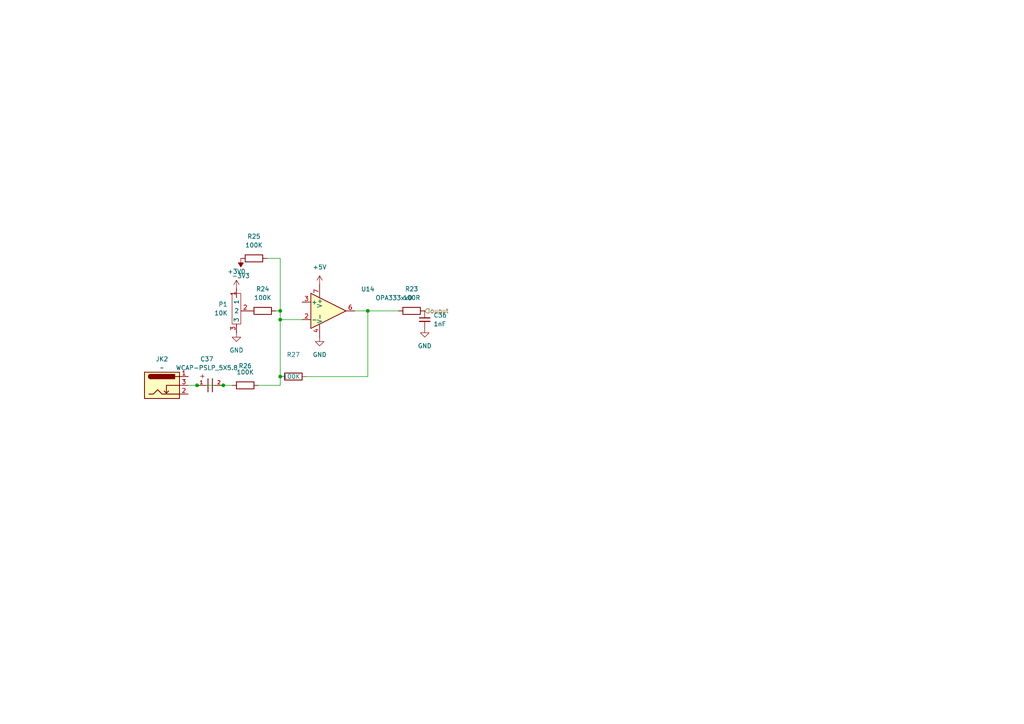
<source format=kicad_sch>
(kicad_sch
	(version 20231120)
	(generator "eeschema")
	(generator_version "8.0")
	(uuid "35287e53-b426-404a-a5ef-29ef9edaa977")
	(paper "A4")
	(lib_symbols
		(symbol "Amplifier_Operational:OPA333xxD"
			(pin_names
				(offset 0.127)
			)
			(exclude_from_sim no)
			(in_bom yes)
			(on_board yes)
			(property "Reference" "U"
				(at 0 6.35 0)
				(effects
					(font
						(size 1.27 1.27)
					)
					(justify left)
				)
			)
			(property "Value" "OPA333xxD"
				(at 0 3.81 0)
				(effects
					(font
						(size 1.27 1.27)
					)
					(justify left)
				)
			)
			(property "Footprint" "Package_SO:SOIC-8_3.9x4.9mm_P1.27mm"
				(at -2.54 -5.08 0)
				(effects
					(font
						(size 1.27 1.27)
					)
					(justify left)
					(hide yes)
				)
			)
			(property "Datasheet" "http://www.ti.com/lit/ds/symlink/opa333.pdf"
				(at 3.81 3.81 0)
				(effects
					(font
						(size 1.27 1.27)
					)
					(hide yes)
				)
			)
			(property "Description" "Single 1.8V, microPower, CMOS Operational Amplifiers, Zero-Drift Series, SOIC-8"
				(at 0 0 0)
				(effects
					(font
						(size 1.27 1.27)
					)
					(hide yes)
				)
			)
			(property "ki_keywords" "single opamp"
				(at 0 0 0)
				(effects
					(font
						(size 1.27 1.27)
					)
					(hide yes)
				)
			)
			(property "ki_fp_filters" "SOIC*3.9x4.9mm*P1.27mm*"
				(at 0 0 0)
				(effects
					(font
						(size 1.27 1.27)
					)
					(hide yes)
				)
			)
			(symbol "OPA333xxD_0_1"
				(polyline
					(pts
						(xy -5.08 5.08) (xy 5.08 0) (xy -5.08 -5.08) (xy -5.08 5.08)
					)
					(stroke
						(width 0.254)
						(type default)
					)
					(fill
						(type background)
					)
				)
			)
			(symbol "OPA333xxD_1_1"
				(pin no_connect line
					(at -2.54 2.54 270)
					(length 2.54) hide
					(name "NC"
						(effects
							(font
								(size 1.27 1.27)
							)
						)
					)
					(number "1"
						(effects
							(font
								(size 1.27 1.27)
							)
						)
					)
				)
				(pin input line
					(at -7.62 -2.54 0)
					(length 2.54)
					(name "-"
						(effects
							(font
								(size 1.27 1.27)
							)
						)
					)
					(number "2"
						(effects
							(font
								(size 1.27 1.27)
							)
						)
					)
				)
				(pin input line
					(at -7.62 2.54 0)
					(length 2.54)
					(name "+"
						(effects
							(font
								(size 1.27 1.27)
							)
						)
					)
					(number "3"
						(effects
							(font
								(size 1.27 1.27)
							)
						)
					)
				)
				(pin power_in line
					(at -2.54 -7.62 90)
					(length 3.81)
					(name "V-"
						(effects
							(font
								(size 1.27 1.27)
							)
						)
					)
					(number "4"
						(effects
							(font
								(size 1.27 1.27)
							)
						)
					)
				)
				(pin no_connect line
					(at 0 2.54 270)
					(length 2.54) hide
					(name "NC"
						(effects
							(font
								(size 1.27 1.27)
							)
						)
					)
					(number "5"
						(effects
							(font
								(size 1.27 1.27)
							)
						)
					)
				)
				(pin output line
					(at 7.62 0 180)
					(length 2.54)
					(name "~"
						(effects
							(font
								(size 1.27 1.27)
							)
						)
					)
					(number "6"
						(effects
							(font
								(size 1.27 1.27)
							)
						)
					)
				)
				(pin power_in line
					(at -2.54 7.62 270)
					(length 3.81)
					(name "V+"
						(effects
							(font
								(size 1.27 1.27)
							)
						)
					)
					(number "7"
						(effects
							(font
								(size 1.27 1.27)
							)
						)
					)
				)
				(pin no_connect line
					(at 0 -2.54 90)
					(length 2.54) hide
					(name "NC"
						(effects
							(font
								(size 1.27 1.27)
							)
						)
					)
					(number "8"
						(effects
							(font
								(size 1.27 1.27)
							)
						)
					)
				)
			)
		)
		(symbol "Device:C_Small"
			(pin_numbers hide)
			(pin_names
				(offset 0.254) hide)
			(exclude_from_sim no)
			(in_bom yes)
			(on_board yes)
			(property "Reference" "C"
				(at 0.254 1.778 0)
				(effects
					(font
						(size 1.27 1.27)
					)
					(justify left)
				)
			)
			(property "Value" "C_Small"
				(at 0.254 -2.032 0)
				(effects
					(font
						(size 1.27 1.27)
					)
					(justify left)
				)
			)
			(property "Footprint" ""
				(at 0 0 0)
				(effects
					(font
						(size 1.27 1.27)
					)
					(hide yes)
				)
			)
			(property "Datasheet" "~"
				(at 0 0 0)
				(effects
					(font
						(size 1.27 1.27)
					)
					(hide yes)
				)
			)
			(property "Description" "Unpolarized capacitor, small symbol"
				(at 0 0 0)
				(effects
					(font
						(size 1.27 1.27)
					)
					(hide yes)
				)
			)
			(property "ki_keywords" "capacitor cap"
				(at 0 0 0)
				(effects
					(font
						(size 1.27 1.27)
					)
					(hide yes)
				)
			)
			(property "ki_fp_filters" "C_*"
				(at 0 0 0)
				(effects
					(font
						(size 1.27 1.27)
					)
					(hide yes)
				)
			)
			(symbol "C_Small_0_1"
				(polyline
					(pts
						(xy -1.524 -0.508) (xy 1.524 -0.508)
					)
					(stroke
						(width 0.3302)
						(type default)
					)
					(fill
						(type none)
					)
				)
				(polyline
					(pts
						(xy -1.524 0.508) (xy 1.524 0.508)
					)
					(stroke
						(width 0.3048)
						(type default)
					)
					(fill
						(type none)
					)
				)
			)
			(symbol "C_Small_1_1"
				(pin passive line
					(at 0 2.54 270)
					(length 2.032)
					(name "~"
						(effects
							(font
								(size 1.27 1.27)
							)
						)
					)
					(number "1"
						(effects
							(font
								(size 1.27 1.27)
							)
						)
					)
				)
				(pin passive line
					(at 0 -2.54 90)
					(length 2.032)
					(name "~"
						(effects
							(font
								(size 1.27 1.27)
							)
						)
					)
					(number "2"
						(effects
							(font
								(size 1.27 1.27)
							)
						)
					)
				)
			)
		)
		(symbol "Device:R"
			(pin_numbers hide)
			(pin_names
				(offset 0)
			)
			(exclude_from_sim no)
			(in_bom yes)
			(on_board yes)
			(property "Reference" "R"
				(at 2.032 0 90)
				(effects
					(font
						(size 1.27 1.27)
					)
				)
			)
			(property "Value" "R"
				(at 0 0 90)
				(effects
					(font
						(size 1.27 1.27)
					)
				)
			)
			(property "Footprint" ""
				(at -1.778 0 90)
				(effects
					(font
						(size 1.27 1.27)
					)
					(hide yes)
				)
			)
			(property "Datasheet" "~"
				(at 0 0 0)
				(effects
					(font
						(size 1.27 1.27)
					)
					(hide yes)
				)
			)
			(property "Description" "Resistor"
				(at 0 0 0)
				(effects
					(font
						(size 1.27 1.27)
					)
					(hide yes)
				)
			)
			(property "ki_keywords" "R res resistor"
				(at 0 0 0)
				(effects
					(font
						(size 1.27 1.27)
					)
					(hide yes)
				)
			)
			(property "ki_fp_filters" "R_*"
				(at 0 0 0)
				(effects
					(font
						(size 1.27 1.27)
					)
					(hide yes)
				)
			)
			(symbol "R_0_1"
				(rectangle
					(start -1.016 -2.54)
					(end 1.016 2.54)
					(stroke
						(width 0.254)
						(type default)
					)
					(fill
						(type none)
					)
				)
			)
			(symbol "R_1_1"
				(pin passive line
					(at 0 3.81 270)
					(length 1.27)
					(name "~"
						(effects
							(font
								(size 1.27 1.27)
							)
						)
					)
					(number "1"
						(effects
							(font
								(size 1.27 1.27)
							)
						)
					)
				)
				(pin passive line
					(at 0 -3.81 90)
					(length 1.27)
					(name "~"
						(effects
							(font
								(size 1.27 1.27)
							)
						)
					)
					(number "2"
						(effects
							(font
								(size 1.27 1.27)
							)
						)
					)
				)
			)
		)
		(symbol "esp32lib:LJE0352"
			(exclude_from_sim no)
			(in_bom yes)
			(on_board yes)
			(property "Reference" "JK"
				(at 0 0 0)
				(effects
					(font
						(size 1.27 1.27)
					)
				)
			)
			(property "Value" ""
				(at 0 0 0)
				(effects
					(font
						(size 1.27 1.27)
					)
				)
			)
			(property "Footprint" "customfootprints:LJE0352"
				(at 0 0 0)
				(effects
					(font
						(size 1.27 1.27)
					)
					(hide yes)
				)
			)
			(property "Datasheet" ""
				(at 0 0 0)
				(effects
					(font
						(size 1.27 1.27)
					)
					(hide yes)
				)
			)
			(property "Description" ""
				(at 0 0 0)
				(effects
					(font
						(size 1.27 1.27)
					)
					(hide yes)
				)
			)
			(symbol "LJE0352_0_1"
				(rectangle
					(start -12.7 6.35)
					(end -2.54 -1.27)
					(stroke
						(width 0.254)
						(type default)
					)
					(fill
						(type background)
					)
				)
				(arc
					(start -10.922 5.715)
					(mid -11.5543 5.08)
					(end -10.922 4.445)
					(stroke
						(width 0.254)
						(type default)
					)
					(fill
						(type none)
					)
				)
				(arc
					(start -10.922 5.715)
					(mid -11.5543 5.08)
					(end -10.922 4.445)
					(stroke
						(width 0.254)
						(type default)
					)
					(fill
						(type outline)
					)
				)
				(rectangle
					(start -3.937 5.715)
					(end -10.922 4.445)
					(stroke
						(width 0.254)
						(type default)
					)
					(fill
						(type outline)
					)
				)
				(polyline
					(pts
						(xy -6.35 0.254) (xy -5.715 0.889)
					)
					(stroke
						(width 0.254)
						(type default)
					)
					(fill
						(type none)
					)
				)
				(polyline
					(pts
						(xy -2.54 5.08) (xy -3.81 5.08)
					)
					(stroke
						(width 0.254)
						(type default)
					)
					(fill
						(type none)
					)
				)
				(polyline
					(pts
						(xy -2.54 2.54) (xy -6.35 2.54) (xy -6.35 0.254) (xy -6.985 0.889)
					)
					(stroke
						(width 0.254)
						(type default)
					)
					(fill
						(type none)
					)
				)
				(polyline
					(pts
						(xy -11.43 0) (xy -10.16 0) (xy -8.89 1.27) (xy -7.62 0) (xy -5.08 0) (xy -2.54 0)
					)
					(stroke
						(width 0.254)
						(type default)
					)
					(fill
						(type none)
					)
				)
			)
			(symbol "LJE0352_1_1"
				(pin passive line
					(at 0 5.08 180)
					(length 2.54)
					(name "~"
						(effects
							(font
								(size 1.27 1.27)
							)
						)
					)
					(number "1"
						(effects
							(font
								(size 1.27 1.27)
							)
						)
					)
				)
				(pin passive line
					(at 0 0 180)
					(length 2.54)
					(name "~"
						(effects
							(font
								(size 1.27 1.27)
							)
						)
					)
					(number "2"
						(effects
							(font
								(size 1.27 1.27)
							)
						)
					)
				)
				(pin passive line
					(at 0 2.54 180)
					(length 2.54)
					(name "~"
						(effects
							(font
								(size 1.27 1.27)
							)
						)
					)
					(number "3"
						(effects
							(font
								(size 1.27 1.27)
							)
						)
					)
				)
			)
		)
		(symbol "esp32lib:Pot"
			(exclude_from_sim no)
			(in_bom yes)
			(on_board yes)
			(property "Reference" "P"
				(at 2.032 2.286 0)
				(effects
					(font
						(size 1.27 1.27)
					)
				)
			)
			(property "Value" ""
				(at 0 0 0)
				(effects
					(font
						(size 1.27 1.27)
					)
				)
			)
			(property "Footprint" "9mmsonghuie"
				(at 12.192 -5.842 0)
				(effects
					(font
						(size 1.27 1.27)
					)
					(hide yes)
				)
			)
			(property "Datasheet" ""
				(at 0 0 0)
				(effects
					(font
						(size 1.27 1.27)
					)
					(hide yes)
				)
			)
			(property "Description" ""
				(at 0 0 0)
				(effects
					(font
						(size 1.27 1.27)
					)
					(hide yes)
				)
			)
			(property "ki_keywords" "9mmPotSongHuie"
				(at 0 0 0)
				(effects
					(font
						(size 1.27 1.27)
					)
					(hide yes)
				)
			)
			(symbol "Pot_0_1"
				(rectangle
					(start -1.27 3.81)
					(end 1.27 -5.08)
					(stroke
						(width 0)
						(type default)
					)
					(fill
						(type none)
					)
				)
			)
			(symbol "Pot_1_1"
				(pin input line
					(at 0 5.08 270)
					(length 2.54)
					(name "1"
						(effects
							(font
								(size 1.27 1.27)
							)
						)
					)
					(number "1"
						(effects
							(font
								(size 1.27 1.27)
							)
						)
					)
				)
				(pin input line
					(at 3.81 -1.27 180)
					(length 2.54)
					(name "2"
						(effects
							(font
								(size 1.27 1.27)
							)
						)
					)
					(number "2"
						(effects
							(font
								(size 1.27 1.27)
							)
						)
					)
				)
				(pin input line
					(at 0 -7.62 90)
					(length 2.54)
					(name "3"
						(effects
							(font
								(size 1.27 1.27)
							)
						)
					)
					(number "3"
						(effects
							(font
								(size 1.27 1.27)
							)
						)
					)
				)
			)
		)
		(symbol "esp32lib:WCAP-PSLP_5X5.8"
			(pin_names
				(offset 1.016)
			)
			(exclude_from_sim no)
			(in_bom yes)
			(on_board yes)
			(property "Reference" "C"
				(at 1.175 3.38 0)
				(effects
					(font
						(size 1.27 1.27)
					)
					(justify bottom)
				)
			)
			(property "Value" "WCAP-PSLP_5X5.8"
				(at 0.915 -5.075 0)
				(effects
					(font
						(size 1.27 1.27)
					)
					(justify bottom)
				)
			)
			(property "Footprint" "customfootprints:WCAP-PSLP_5X5.8_DXL_"
				(at 0 0 0)
				(effects
					(font
						(size 1.27 1.27)
					)
					(justify bottom)
					(hide yes)
				)
			)
			(property "Datasheet" ""
				(at 0 0 0)
				(effects
					(font
						(size 1.27 1.27)
					)
					(hide yes)
				)
			)
			(property "Description" ""
				(at 0 0 0)
				(effects
					(font
						(size 1.27 1.27)
					)
					(hide yes)
				)
			)
			(property "ki_keywords" "NP10uF"
				(at 0 0 0)
				(effects
					(font
						(size 1.27 1.27)
					)
					(hide yes)
				)
			)
			(symbol "WCAP-PSLP_5X5.8_0_0"
				(polyline
					(pts
						(xy 0 0) (xy 0.6426 0)
					)
					(stroke
						(width 0.1524)
						(type default)
					)
					(fill
						(type none)
					)
				)
				(polyline
					(pts
						(xy 0.635 -1.905) (xy 0.635 1.905)
					)
					(stroke
						(width 0.254)
						(type default)
					)
					(fill
						(type none)
					)
				)
				(polyline
					(pts
						(xy 1.905 1.905) (xy 1.905 -1.905)
					)
					(stroke
						(width 0.254)
						(type default)
					)
					(fill
						(type none)
					)
				)
				(polyline
					(pts
						(xy 1.9279 0) (xy 2.5705 0)
					)
					(stroke
						(width 0.1524)
						(type default)
					)
					(fill
						(type none)
					)
				)
				(text "+"
					(at 2.54 -1.905 0)
					(effects
						(font
							(size 1.4224 1.4224)
						)
						(justify left bottom)
					)
				)
				(pin passive line
					(at 5.08 0 180)
					(length 2.54)
					(name "~"
						(effects
							(font
								(size 1.016 1.016)
							)
						)
					)
					(number "1"
						(effects
							(font
								(size 1.016 1.016)
							)
						)
					)
				)
				(pin passive line
					(at -2.54 0 0)
					(length 2.54)
					(name "~"
						(effects
							(font
								(size 1.016 1.016)
							)
						)
					)
					(number "2"
						(effects
							(font
								(size 1.016 1.016)
							)
						)
					)
				)
			)
		)
		(symbol "power:+3V0"
			(power)
			(pin_numbers hide)
			(pin_names
				(offset 0) hide)
			(exclude_from_sim no)
			(in_bom yes)
			(on_board yes)
			(property "Reference" "#PWR"
				(at 0 -3.81 0)
				(effects
					(font
						(size 1.27 1.27)
					)
					(hide yes)
				)
			)
			(property "Value" "+3V0"
				(at 0 3.556 0)
				(effects
					(font
						(size 1.27 1.27)
					)
				)
			)
			(property "Footprint" ""
				(at 0 0 0)
				(effects
					(font
						(size 1.27 1.27)
					)
					(hide yes)
				)
			)
			(property "Datasheet" ""
				(at 0 0 0)
				(effects
					(font
						(size 1.27 1.27)
					)
					(hide yes)
				)
			)
			(property "Description" "Power symbol creates a global label with name \"+3V0\""
				(at 0 0 0)
				(effects
					(font
						(size 1.27 1.27)
					)
					(hide yes)
				)
			)
			(property "ki_keywords" "global power"
				(at 0 0 0)
				(effects
					(font
						(size 1.27 1.27)
					)
					(hide yes)
				)
			)
			(symbol "+3V0_0_1"
				(polyline
					(pts
						(xy -0.762 1.27) (xy 0 2.54)
					)
					(stroke
						(width 0)
						(type default)
					)
					(fill
						(type none)
					)
				)
				(polyline
					(pts
						(xy 0 0) (xy 0 2.54)
					)
					(stroke
						(width 0)
						(type default)
					)
					(fill
						(type none)
					)
				)
				(polyline
					(pts
						(xy 0 2.54) (xy 0.762 1.27)
					)
					(stroke
						(width 0)
						(type default)
					)
					(fill
						(type none)
					)
				)
			)
			(symbol "+3V0_1_1"
				(pin power_in line
					(at 0 0 90)
					(length 0)
					(name "~"
						(effects
							(font
								(size 1.27 1.27)
							)
						)
					)
					(number "1"
						(effects
							(font
								(size 1.27 1.27)
							)
						)
					)
				)
			)
		)
		(symbol "power:+5V"
			(power)
			(pin_numbers hide)
			(pin_names
				(offset 0) hide)
			(exclude_from_sim no)
			(in_bom yes)
			(on_board yes)
			(property "Reference" "#PWR"
				(at 0 -3.81 0)
				(effects
					(font
						(size 1.27 1.27)
					)
					(hide yes)
				)
			)
			(property "Value" "+5V"
				(at 0 3.556 0)
				(effects
					(font
						(size 1.27 1.27)
					)
				)
			)
			(property "Footprint" ""
				(at 0 0 0)
				(effects
					(font
						(size 1.27 1.27)
					)
					(hide yes)
				)
			)
			(property "Datasheet" ""
				(at 0 0 0)
				(effects
					(font
						(size 1.27 1.27)
					)
					(hide yes)
				)
			)
			(property "Description" "Power symbol creates a global label with name \"+5V\""
				(at 0 0 0)
				(effects
					(font
						(size 1.27 1.27)
					)
					(hide yes)
				)
			)
			(property "ki_keywords" "global power"
				(at 0 0 0)
				(effects
					(font
						(size 1.27 1.27)
					)
					(hide yes)
				)
			)
			(symbol "+5V_0_1"
				(polyline
					(pts
						(xy -0.762 1.27) (xy 0 2.54)
					)
					(stroke
						(width 0)
						(type default)
					)
					(fill
						(type none)
					)
				)
				(polyline
					(pts
						(xy 0 0) (xy 0 2.54)
					)
					(stroke
						(width 0)
						(type default)
					)
					(fill
						(type none)
					)
				)
				(polyline
					(pts
						(xy 0 2.54) (xy 0.762 1.27)
					)
					(stroke
						(width 0)
						(type default)
					)
					(fill
						(type none)
					)
				)
			)
			(symbol "+5V_1_1"
				(pin power_in line
					(at 0 0 90)
					(length 0)
					(name "~"
						(effects
							(font
								(size 1.27 1.27)
							)
						)
					)
					(number "1"
						(effects
							(font
								(size 1.27 1.27)
							)
						)
					)
				)
			)
		)
		(symbol "power:-3V3"
			(power)
			(pin_numbers hide)
			(pin_names
				(offset 0) hide)
			(exclude_from_sim no)
			(in_bom yes)
			(on_board yes)
			(property "Reference" "#PWR"
				(at 0 -3.81 0)
				(effects
					(font
						(size 1.27 1.27)
					)
					(hide yes)
				)
			)
			(property "Value" "-3V3"
				(at 0 3.556 0)
				(effects
					(font
						(size 1.27 1.27)
					)
				)
			)
			(property "Footprint" ""
				(at 0 0 0)
				(effects
					(font
						(size 1.27 1.27)
					)
					(hide yes)
				)
			)
			(property "Datasheet" ""
				(at 0 0 0)
				(effects
					(font
						(size 1.27 1.27)
					)
					(hide yes)
				)
			)
			(property "Description" "Power symbol creates a global label with name \"-3V3\""
				(at 0 0 0)
				(effects
					(font
						(size 1.27 1.27)
					)
					(hide yes)
				)
			)
			(property "ki_keywords" "global power"
				(at 0 0 0)
				(effects
					(font
						(size 1.27 1.27)
					)
					(hide yes)
				)
			)
			(symbol "-3V3_0_0"
				(pin power_in line
					(at 0 0 90)
					(length 0)
					(name "~"
						(effects
							(font
								(size 1.27 1.27)
							)
						)
					)
					(number "1"
						(effects
							(font
								(size 1.27 1.27)
							)
						)
					)
				)
			)
			(symbol "-3V3_0_1"
				(polyline
					(pts
						(xy 0 0) (xy 0 1.27) (xy 0.762 1.27) (xy 0 2.54) (xy -0.762 1.27) (xy 0 1.27)
					)
					(stroke
						(width 0)
						(type default)
					)
					(fill
						(type outline)
					)
				)
			)
		)
		(symbol "power:GND"
			(power)
			(pin_numbers hide)
			(pin_names
				(offset 0) hide)
			(exclude_from_sim no)
			(in_bom yes)
			(on_board yes)
			(property "Reference" "#PWR"
				(at 0 -6.35 0)
				(effects
					(font
						(size 1.27 1.27)
					)
					(hide yes)
				)
			)
			(property "Value" "GND"
				(at 0 -3.81 0)
				(effects
					(font
						(size 1.27 1.27)
					)
				)
			)
			(property "Footprint" ""
				(at 0 0 0)
				(effects
					(font
						(size 1.27 1.27)
					)
					(hide yes)
				)
			)
			(property "Datasheet" ""
				(at 0 0 0)
				(effects
					(font
						(size 1.27 1.27)
					)
					(hide yes)
				)
			)
			(property "Description" "Power symbol creates a global label with name \"GND\" , ground"
				(at 0 0 0)
				(effects
					(font
						(size 1.27 1.27)
					)
					(hide yes)
				)
			)
			(property "ki_keywords" "global power"
				(at 0 0 0)
				(effects
					(font
						(size 1.27 1.27)
					)
					(hide yes)
				)
			)
			(symbol "GND_0_1"
				(polyline
					(pts
						(xy 0 0) (xy 0 -1.27) (xy 1.27 -1.27) (xy 0 -2.54) (xy -1.27 -1.27) (xy 0 -1.27)
					)
					(stroke
						(width 0)
						(type default)
					)
					(fill
						(type none)
					)
				)
			)
			(symbol "GND_1_1"
				(pin power_in line
					(at 0 0 270)
					(length 0)
					(name "~"
						(effects
							(font
								(size 1.27 1.27)
							)
						)
					)
					(number "1"
						(effects
							(font
								(size 1.27 1.27)
							)
						)
					)
				)
			)
		)
	)
	(junction
		(at 64.77 111.76)
		(diameter 0)
		(color 0 0 0 0)
		(uuid "1cc7c40c-49b9-475b-8b01-ca207bd1f08f")
	)
	(junction
		(at 81.28 109.22)
		(diameter 0)
		(color 0 0 0 0)
		(uuid "4f738237-5a11-42ae-be4a-5fb15a814131")
	)
	(junction
		(at 106.68 90.17)
		(diameter 0)
		(color 0 0 0 0)
		(uuid "997d180a-1e89-4652-93a7-bf4bd0906014")
	)
	(junction
		(at 81.28 92.71)
		(diameter 0)
		(color 0 0 0 0)
		(uuid "a5506364-9e3d-4757-9faf-b5effc7881c0")
	)
	(junction
		(at 57.15 111.76)
		(diameter 0)
		(color 0 0 0 0)
		(uuid "e1bd2582-56fd-4475-b652-44a5de8c62ad")
	)
	(junction
		(at 81.28 90.17)
		(diameter 0)
		(color 0 0 0 0)
		(uuid "ec40445b-2fbd-48ac-8a16-9500899ca924")
	)
	(wire
		(pts
			(xy 74.93 111.76) (xy 81.28 111.76)
		)
		(stroke
			(width 0)
			(type default)
		)
		(uuid "0102e178-ce58-4ffa-82b1-931aee0a4ee8")
	)
	(wire
		(pts
			(xy 81.28 92.71) (xy 87.63 92.71)
		)
		(stroke
			(width 0)
			(type default)
		)
		(uuid "0a1dbf3e-8363-42ff-9751-3e0ce546ab67")
	)
	(wire
		(pts
			(xy 54.61 111.76) (xy 57.15 111.76)
		)
		(stroke
			(width 0)
			(type default)
		)
		(uuid "0c2a6a96-6280-494f-9545-f9ed9931bb60")
	)
	(wire
		(pts
			(xy 57.15 111.76) (xy 64.77 111.76)
		)
		(stroke
			(width 0)
			(type default)
		)
		(uuid "120200fa-56b3-4f4e-806e-36397aa9266d")
	)
	(wire
		(pts
			(xy 106.68 90.17) (xy 115.57 90.17)
		)
		(stroke
			(width 0)
			(type default)
		)
		(uuid "1b1ca65a-9beb-4d1f-8909-150e3ee5f9eb")
	)
	(wire
		(pts
			(xy 77.47 74.93) (xy 81.28 74.93)
		)
		(stroke
			(width 0)
			(type default)
		)
		(uuid "1cdb5bee-3885-4785-94bd-07ac8c70922b")
	)
	(wire
		(pts
			(xy 80.01 90.17) (xy 81.28 90.17)
		)
		(stroke
			(width 0)
			(type default)
		)
		(uuid "232b931e-0675-4b33-8a96-85036be667f5")
	)
	(wire
		(pts
			(xy 106.68 109.22) (xy 106.68 90.17)
		)
		(stroke
			(width 0)
			(type default)
		)
		(uuid "33757eb9-a92f-4f1b-b4bb-13eaff3ca8c5")
	)
	(wire
		(pts
			(xy 81.28 74.93) (xy 81.28 90.17)
		)
		(stroke
			(width 0)
			(type default)
		)
		(uuid "59361bf0-2288-40db-b82d-85a211fcda7c")
	)
	(wire
		(pts
			(xy 81.28 109.22) (xy 81.28 92.71)
		)
		(stroke
			(width 0)
			(type default)
		)
		(uuid "5c1e2f24-4572-4f4d-9585-c91681c01b91")
	)
	(wire
		(pts
			(xy 81.28 90.17) (xy 81.28 92.71)
		)
		(stroke
			(width 0)
			(type default)
		)
		(uuid "5d7e6670-8141-4435-bdce-d520e6818aec")
	)
	(wire
		(pts
			(xy 81.28 111.76) (xy 81.28 109.22)
		)
		(stroke
			(width 0)
			(type default)
		)
		(uuid "84232dbb-4316-4172-9d47-72bf5fc17793")
	)
	(wire
		(pts
			(xy 88.9 109.22) (xy 106.68 109.22)
		)
		(stroke
			(width 0)
			(type default)
		)
		(uuid "8870169d-7b97-4d0e-9e35-1fd15ff1df86")
	)
	(wire
		(pts
			(xy 102.87 90.17) (xy 106.68 90.17)
		)
		(stroke
			(width 0)
			(type default)
		)
		(uuid "909ca48f-59d5-462a-8ded-7156d0aa66ae")
	)
	(wire
		(pts
			(xy 64.77 111.76) (xy 67.31 111.76)
		)
		(stroke
			(width 0)
			(type default)
		)
		(uuid "b6d3bead-c1b0-486d-9fbe-970dd4a83996")
	)
	(hierarchical_label "ouput"
		(shape input)
		(at 123.19 90.17 0)
		(effects
			(font
				(size 1.27 1.27)
			)
			(justify left)
		)
		(uuid "1e07f219-43a7-410d-a321-6fc1e00269e8")
	)
	(symbol
		(lib_id "Device:R")
		(at 73.66 74.93 90)
		(unit 1)
		(exclude_from_sim no)
		(in_bom yes)
		(on_board yes)
		(dnp no)
		(fields_autoplaced yes)
		(uuid "18a28a34-11c9-4143-b946-fe809f12a20b")
		(property "Reference" "R25"
			(at 73.66 68.58 90)
			(effects
				(font
					(size 1.27 1.27)
				)
			)
		)
		(property "Value" "100K"
			(at 73.66 71.12 90)
			(effects
				(font
					(size 1.27 1.27)
				)
			)
		)
		(property "Footprint" ""
			(at 73.66 76.708 90)
			(effects
				(font
					(size 1.27 1.27)
				)
				(hide yes)
			)
		)
		(property "Datasheet" "~"
			(at 73.66 74.93 0)
			(effects
				(font
					(size 1.27 1.27)
				)
				(hide yes)
			)
		)
		(property "Description" "Resistor"
			(at 73.66 74.93 0)
			(effects
				(font
					(size 1.27 1.27)
				)
				(hide yes)
			)
		)
		(property "MFP#" "ERA-3ARB104V"
			(at 73.66 74.93 90)
			(effects
				(font
					(size 1.27 1.27)
				)
				(hide yes)
			)
		)
		(pin "2"
			(uuid "de251e03-c0d3-484c-b7ae-70dbe22186d4")
		)
		(pin "1"
			(uuid "577398cc-daec-40f2-b466-f86fa281cde6")
		)
		(instances
			(project "esp32"
				(path "/c4754426-a41b-4341-9d09-2e389619f3d6/29b8fac3-6ba3-4dab-8903-6b63ccf0290e"
					(reference "R25")
					(unit 1)
				)
			)
		)
	)
	(symbol
		(lib_id "Device:C_Small")
		(at 123.19 92.71 0)
		(unit 1)
		(exclude_from_sim no)
		(in_bom yes)
		(on_board yes)
		(dnp no)
		(fields_autoplaced yes)
		(uuid "2911fab4-8b46-4029-89cc-6530aeb3b3c0")
		(property "Reference" "C36"
			(at 125.73 91.4462 0)
			(effects
				(font
					(size 1.27 1.27)
				)
				(justify left)
			)
		)
		(property "Value" "1nF"
			(at 125.73 93.9862 0)
			(effects
				(font
					(size 1.27 1.27)
				)
				(justify left)
			)
		)
		(property "Footprint" ""
			(at 123.19 92.71 0)
			(effects
				(font
					(size 1.27 1.27)
				)
				(hide yes)
			)
		)
		(property "Datasheet" "~"
			(at 123.19 92.71 0)
			(effects
				(font
					(size 1.27 1.27)
				)
				(hide yes)
			)
		)
		(property "Description" "Unpolarized capacitor, small symbol"
			(at 123.19 92.71 0)
			(effects
				(font
					(size 1.27 1.27)
				)
				(hide yes)
			)
		)
		(pin "2"
			(uuid "78f49b92-549e-417a-ac24-b5ec276496ff")
		)
		(pin "1"
			(uuid "51dae00b-3e0b-49fd-80d2-a6ad9ffefe7a")
		)
		(instances
			(project ""
				(path "/c4754426-a41b-4341-9d09-2e389619f3d6/29b8fac3-6ba3-4dab-8903-6b63ccf0290e"
					(reference "C36")
					(unit 1)
				)
			)
		)
	)
	(symbol
		(lib_id "esp32lib:Pot")
		(at 68.58 88.9 0)
		(unit 1)
		(exclude_from_sim no)
		(in_bom yes)
		(on_board yes)
		(dnp no)
		(fields_autoplaced yes)
		(uuid "2adb3a80-b4f5-47d1-b0c5-c6a8a05242aa")
		(property "Reference" "P1"
			(at 66.04 88.2649 0)
			(effects
				(font
					(size 1.27 1.27)
				)
				(justify right)
			)
		)
		(property "Value" "10K"
			(at 66.04 90.8049 0)
			(effects
				(font
					(size 1.27 1.27)
				)
				(justify right)
			)
		)
		(property "Footprint" "9mmsonghuie"
			(at 80.772 94.742 0)
			(effects
				(font
					(size 1.27 1.27)
				)
				(hide yes)
			)
		)
		(property "Datasheet" ""
			(at 68.58 88.9 0)
			(effects
				(font
					(size 1.27 1.27)
				)
				(hide yes)
			)
		)
		(property "Description" ""
			(at 68.58 88.9 0)
			(effects
				(font
					(size 1.27 1.27)
				)
				(hide yes)
			)
		)
		(pin "3"
			(uuid "70bd89a2-9c2c-44cf-adf3-d196feec8a9a")
		)
		(pin "1"
			(uuid "dc1f466d-f3f0-4c1c-a99a-bfe465b955a3")
		)
		(pin "2"
			(uuid "39b69bc1-7d75-44b2-93e3-ac1271724068")
		)
		(instances
			(project ""
				(path "/c4754426-a41b-4341-9d09-2e389619f3d6/29b8fac3-6ba3-4dab-8903-6b63ccf0290e"
					(reference "P1")
					(unit 1)
				)
			)
		)
	)
	(symbol
		(lib_id "Device:R")
		(at 85.09 109.22 90)
		(unit 1)
		(exclude_from_sim no)
		(in_bom yes)
		(on_board yes)
		(dnp no)
		(uuid "2f1e2c87-6ae7-479a-8e54-43d273b72a72")
		(property "Reference" "R27"
			(at 85.09 102.87 90)
			(effects
				(font
					(size 1.27 1.27)
				)
			)
		)
		(property "Value" "100K"
			(at 84.582 109.22 90)
			(effects
				(font
					(size 1.27 1.27)
				)
			)
		)
		(property "Footprint" ""
			(at 85.09 110.998 90)
			(effects
				(font
					(size 1.27 1.27)
				)
				(hide yes)
			)
		)
		(property "Datasheet" "~"
			(at 85.09 109.22 0)
			(effects
				(font
					(size 1.27 1.27)
				)
				(hide yes)
			)
		)
		(property "Description" "Resistor"
			(at 85.09 109.22 0)
			(effects
				(font
					(size 1.27 1.27)
				)
				(hide yes)
			)
		)
		(property "MFP#" "ERA-3ARB104V"
			(at 85.09 109.22 90)
			(effects
				(font
					(size 1.27 1.27)
				)
				(hide yes)
			)
		)
		(pin "2"
			(uuid "9cbfe683-3dac-435b-98ad-8fef85d43dcf")
		)
		(pin "1"
			(uuid "da97f718-0d0a-49af-bb38-401cfcc00d76")
		)
		(instances
			(project "esp32"
				(path "/c4754426-a41b-4341-9d09-2e389619f3d6/29b8fac3-6ba3-4dab-8903-6b63ccf0290e"
					(reference "R27")
					(unit 1)
				)
			)
		)
	)
	(symbol
		(lib_id "power:GND")
		(at 68.58 96.52 0)
		(unit 1)
		(exclude_from_sim no)
		(in_bom yes)
		(on_board yes)
		(dnp no)
		(fields_autoplaced yes)
		(uuid "3b77c8f0-ecde-4815-b05c-02c11022326e")
		(property "Reference" "#PWR89"
			(at 68.58 102.87 0)
			(effects
				(font
					(size 1.27 1.27)
				)
				(hide yes)
			)
		)
		(property "Value" "GND"
			(at 68.58 101.6 0)
			(effects
				(font
					(size 1.27 1.27)
				)
			)
		)
		(property "Footprint" ""
			(at 68.58 96.52 0)
			(effects
				(font
					(size 1.27 1.27)
				)
				(hide yes)
			)
		)
		(property "Datasheet" ""
			(at 68.58 96.52 0)
			(effects
				(font
					(size 1.27 1.27)
				)
				(hide yes)
			)
		)
		(property "Description" "Power symbol creates a global label with name \"GND\" , ground"
			(at 68.58 96.52 0)
			(effects
				(font
					(size 1.27 1.27)
				)
				(hide yes)
			)
		)
		(pin "1"
			(uuid "bb5e15bf-4ad8-4710-8204-36f1a806826d")
		)
		(instances
			(project ""
				(path "/c4754426-a41b-4341-9d09-2e389619f3d6/29b8fac3-6ba3-4dab-8903-6b63ccf0290e"
					(reference "#PWR89")
					(unit 1)
				)
			)
		)
	)
	(symbol
		(lib_id "esp32lib:LJE0352")
		(at 54.61 114.3 0)
		(unit 1)
		(exclude_from_sim no)
		(in_bom yes)
		(on_board yes)
		(dnp no)
		(fields_autoplaced yes)
		(uuid "40c8a79e-d11a-4a15-8e9a-b2d680cd41b5")
		(property "Reference" "JK2"
			(at 46.99 104.14 0)
			(effects
				(font
					(size 1.27 1.27)
				)
			)
		)
		(property "Value" "~"
			(at 46.99 106.68 0)
			(effects
				(font
					(size 1.27 1.27)
				)
			)
		)
		(property "Footprint" "customfootprints:LJE0352"
			(at 54.61 114.3 0)
			(effects
				(font
					(size 1.27 1.27)
				)
				(hide yes)
			)
		)
		(property "Datasheet" ""
			(at 54.61 114.3 0)
			(effects
				(font
					(size 1.27 1.27)
				)
				(hide yes)
			)
		)
		(property "Description" ""
			(at 54.61 114.3 0)
			(effects
				(font
					(size 1.27 1.27)
				)
				(hide yes)
			)
		)
		(pin "1"
			(uuid "3f80c04d-d522-4b7e-a392-3608a58eaa69")
		)
		(pin "3"
			(uuid "7f73e327-6451-4188-8361-b717f97c6fc1")
		)
		(pin "2"
			(uuid "fe22896d-b685-4b8c-b095-d203eb7a9122")
		)
		(instances
			(project ""
				(path "/c4754426-a41b-4341-9d09-2e389619f3d6/29b8fac3-6ba3-4dab-8903-6b63ccf0290e"
					(reference "JK2")
					(unit 1)
				)
			)
		)
	)
	(symbol
		(lib_id "Device:R")
		(at 119.38 90.17 270)
		(unit 1)
		(exclude_from_sim no)
		(in_bom yes)
		(on_board yes)
		(dnp no)
		(fields_autoplaced yes)
		(uuid "5241f4aa-986e-441c-9891-9b9cbe0c5a25")
		(property "Reference" "R23"
			(at 119.38 83.82 90)
			(effects
				(font
					(size 1.27 1.27)
				)
			)
		)
		(property "Value" "100R"
			(at 119.38 86.36 90)
			(effects
				(font
					(size 1.27 1.27)
				)
			)
		)
		(property "Footprint" ""
			(at 119.38 88.392 90)
			(effects
				(font
					(size 1.27 1.27)
				)
				(hide yes)
			)
		)
		(property "Datasheet" "~"
			(at 119.38 90.17 0)
			(effects
				(font
					(size 1.27 1.27)
				)
				(hide yes)
			)
		)
		(property "Description" "Resistor"
			(at 119.38 90.17 0)
			(effects
				(font
					(size 1.27 1.27)
				)
				(hide yes)
			)
		)
		(pin "2"
			(uuid "4c7aaa6f-0eec-4efa-b9a6-0a0cfcff340e")
		)
		(pin "1"
			(uuid "5227b1d5-09c1-4e25-b385-90ea627b84e0")
		)
		(instances
			(project ""
				(path "/c4754426-a41b-4341-9d09-2e389619f3d6/29b8fac3-6ba3-4dab-8903-6b63ccf0290e"
					(reference "R23")
					(unit 1)
				)
			)
		)
	)
	(symbol
		(lib_id "Device:R")
		(at 76.2 90.17 90)
		(unit 1)
		(exclude_from_sim no)
		(in_bom yes)
		(on_board yes)
		(dnp no)
		(fields_autoplaced yes)
		(uuid "6fa04f73-c60c-4089-9e37-52d1b350be96")
		(property "Reference" "R24"
			(at 76.2 83.82 90)
			(effects
				(font
					(size 1.27 1.27)
				)
			)
		)
		(property "Value" "100K"
			(at 76.2 86.36 90)
			(effects
				(font
					(size 1.27 1.27)
				)
			)
		)
		(property "Footprint" ""
			(at 76.2 91.948 90)
			(effects
				(font
					(size 1.27 1.27)
				)
				(hide yes)
			)
		)
		(property "Datasheet" "~"
			(at 76.2 90.17 0)
			(effects
				(font
					(size 1.27 1.27)
				)
				(hide yes)
			)
		)
		(property "Description" "Resistor"
			(at 76.2 90.17 0)
			(effects
				(font
					(size 1.27 1.27)
				)
				(hide yes)
			)
		)
		(property "MFP#" "ERA-3ARB104V"
			(at 76.2 90.17 90)
			(effects
				(font
					(size 1.27 1.27)
				)
				(hide yes)
			)
		)
		(pin "2"
			(uuid "bdcbb6f9-c5e3-4690-8da9-c63ba61fa3c8")
		)
		(pin "1"
			(uuid "442ce328-a031-4840-a498-fd2bddc01067")
		)
		(instances
			(project "esp32"
				(path "/c4754426-a41b-4341-9d09-2e389619f3d6/29b8fac3-6ba3-4dab-8903-6b63ccf0290e"
					(reference "R24")
					(unit 1)
				)
			)
		)
	)
	(symbol
		(lib_id "power:-3V3")
		(at 69.85 74.93 180)
		(unit 1)
		(exclude_from_sim no)
		(in_bom yes)
		(on_board yes)
		(dnp no)
		(fields_autoplaced yes)
		(uuid "7c047d53-e2ab-42a3-9b6b-c533d4c7454a")
		(property "Reference" "#PWR87"
			(at 69.85 71.12 0)
			(effects
				(font
					(size 1.27 1.27)
				)
				(hide yes)
			)
		)
		(property "Value" "-3V3"
			(at 69.85 80.01 0)
			(effects
				(font
					(size 1.27 1.27)
				)
			)
		)
		(property "Footprint" ""
			(at 69.85 74.93 0)
			(effects
				(font
					(size 1.27 1.27)
				)
				(hide yes)
			)
		)
		(property "Datasheet" ""
			(at 69.85 74.93 0)
			(effects
				(font
					(size 1.27 1.27)
				)
				(hide yes)
			)
		)
		(property "Description" "Power symbol creates a global label with name \"-3V3\""
			(at 69.85 74.93 0)
			(effects
				(font
					(size 1.27 1.27)
				)
				(hide yes)
			)
		)
		(pin "1"
			(uuid "ccb6e37d-14f5-4f3e-b8b1-a92c88186e3b")
		)
		(instances
			(project ""
				(path "/c4754426-a41b-4341-9d09-2e389619f3d6/29b8fac3-6ba3-4dab-8903-6b63ccf0290e"
					(reference "#PWR87")
					(unit 1)
				)
			)
		)
	)
	(symbol
		(lib_id "power:+3V0")
		(at 68.58 83.82 0)
		(unit 1)
		(exclude_from_sim no)
		(in_bom yes)
		(on_board yes)
		(dnp no)
		(fields_autoplaced yes)
		(uuid "7cfcdb1e-89d3-48fb-a681-fdc1cb4896ee")
		(property "Reference" "#PWR88"
			(at 68.58 87.63 0)
			(effects
				(font
					(size 1.27 1.27)
				)
				(hide yes)
			)
		)
		(property "Value" "+3V0"
			(at 68.58 78.74 0)
			(effects
				(font
					(size 1.27 1.27)
				)
			)
		)
		(property "Footprint" ""
			(at 68.58 83.82 0)
			(effects
				(font
					(size 1.27 1.27)
				)
				(hide yes)
			)
		)
		(property "Datasheet" ""
			(at 68.58 83.82 0)
			(effects
				(font
					(size 1.27 1.27)
				)
				(hide yes)
			)
		)
		(property "Description" "Power symbol creates a global label with name \"+3V0\""
			(at 68.58 83.82 0)
			(effects
				(font
					(size 1.27 1.27)
				)
				(hide yes)
			)
		)
		(pin "1"
			(uuid "aae442e2-e149-4a98-91e6-3e17766b0151")
		)
		(instances
			(project ""
				(path "/c4754426-a41b-4341-9d09-2e389619f3d6/29b8fac3-6ba3-4dab-8903-6b63ccf0290e"
					(reference "#PWR88")
					(unit 1)
				)
			)
		)
	)
	(symbol
		(lib_id "power:+5V")
		(at 92.71 82.55 0)
		(unit 1)
		(exclude_from_sim no)
		(in_bom yes)
		(on_board yes)
		(dnp no)
		(fields_autoplaced yes)
		(uuid "a1b1889b-62dd-470b-9e6c-979633100463")
		(property "Reference" "#PWR84"
			(at 92.71 86.36 0)
			(effects
				(font
					(size 1.27 1.27)
				)
				(hide yes)
			)
		)
		(property "Value" "+5V"
			(at 92.71 77.47 0)
			(effects
				(font
					(size 1.27 1.27)
				)
			)
		)
		(property "Footprint" ""
			(at 92.71 82.55 0)
			(effects
				(font
					(size 1.27 1.27)
				)
				(hide yes)
			)
		)
		(property "Datasheet" ""
			(at 92.71 82.55 0)
			(effects
				(font
					(size 1.27 1.27)
				)
				(hide yes)
			)
		)
		(property "Description" "Power symbol creates a global label with name \"+5V\""
			(at 92.71 82.55 0)
			(effects
				(font
					(size 1.27 1.27)
				)
				(hide yes)
			)
		)
		(pin "1"
			(uuid "dd150103-f5e5-4a9b-bcbf-c6a825ebb821")
		)
		(instances
			(project ""
				(path "/c4754426-a41b-4341-9d09-2e389619f3d6/29b8fac3-6ba3-4dab-8903-6b63ccf0290e"
					(reference "#PWR84")
					(unit 1)
				)
			)
		)
	)
	(symbol
		(lib_id "power:GND")
		(at 123.19 95.25 0)
		(unit 1)
		(exclude_from_sim no)
		(in_bom yes)
		(on_board yes)
		(dnp no)
		(fields_autoplaced yes)
		(uuid "afbf9f5d-dcc7-4f6d-bc2a-1a5128aa5edb")
		(property "Reference" "#PWR86"
			(at 123.19 101.6 0)
			(effects
				(font
					(size 1.27 1.27)
				)
				(hide yes)
			)
		)
		(property "Value" "GND"
			(at 123.19 100.33 0)
			(effects
				(font
					(size 1.27 1.27)
				)
			)
		)
		(property "Footprint" ""
			(at 123.19 95.25 0)
			(effects
				(font
					(size 1.27 1.27)
				)
				(hide yes)
			)
		)
		(property "Datasheet" ""
			(at 123.19 95.25 0)
			(effects
				(font
					(size 1.27 1.27)
				)
				(hide yes)
			)
		)
		(property "Description" "Power symbol creates a global label with name \"GND\" , ground"
			(at 123.19 95.25 0)
			(effects
				(font
					(size 1.27 1.27)
				)
				(hide yes)
			)
		)
		(pin "1"
			(uuid "45e9026b-5c34-4290-b706-76939c1fd02e")
		)
		(instances
			(project ""
				(path "/c4754426-a41b-4341-9d09-2e389619f3d6/29b8fac3-6ba3-4dab-8903-6b63ccf0290e"
					(reference "#PWR86")
					(unit 1)
				)
			)
		)
	)
	(symbol
		(lib_id "power:GND")
		(at 92.71 97.79 0)
		(unit 1)
		(exclude_from_sim no)
		(in_bom yes)
		(on_board yes)
		(dnp no)
		(fields_autoplaced yes)
		(uuid "c0a7a3fa-48b2-4a2e-85d2-421bfdc28424")
		(property "Reference" "#PWR85"
			(at 92.71 104.14 0)
			(effects
				(font
					(size 1.27 1.27)
				)
				(hide yes)
			)
		)
		(property "Value" "GND"
			(at 92.71 102.87 0)
			(effects
				(font
					(size 1.27 1.27)
				)
			)
		)
		(property "Footprint" ""
			(at 92.71 97.79 0)
			(effects
				(font
					(size 1.27 1.27)
				)
				(hide yes)
			)
		)
		(property "Datasheet" ""
			(at 92.71 97.79 0)
			(effects
				(font
					(size 1.27 1.27)
				)
				(hide yes)
			)
		)
		(property "Description" "Power symbol creates a global label with name \"GND\" , ground"
			(at 92.71 97.79 0)
			(effects
				(font
					(size 1.27 1.27)
				)
				(hide yes)
			)
		)
		(pin "1"
			(uuid "9357a645-8ba9-4f04-98b4-468c6212df65")
		)
		(instances
			(project ""
				(path "/c4754426-a41b-4341-9d09-2e389619f3d6/29b8fac3-6ba3-4dab-8903-6b63ccf0290e"
					(reference "#PWR85")
					(unit 1)
				)
			)
		)
	)
	(symbol
		(lib_id "Device:R")
		(at 71.12 111.76 90)
		(unit 1)
		(exclude_from_sim no)
		(in_bom yes)
		(on_board yes)
		(dnp no)
		(fields_autoplaced yes)
		(uuid "d42f1878-a9d3-49cf-87de-3bd30935c59a")
		(property "Reference" "R26"
			(at 71.12 105.41 90)
			(effects
				(font
					(size 1.27 1.27)
				)
				(justify bottom)
			)
		)
		(property "Value" "100K"
			(at 71.12 107.95 90)
			(effects
				(font
					(size 1.27 1.27)
				)
			)
		)
		(property "Footprint" ""
			(at 71.12 113.538 90)
			(effects
				(font
					(size 1.27 1.27)
				)
				(hide yes)
			)
		)
		(property "Datasheet" "~"
			(at 71.12 111.76 0)
			(effects
				(font
					(size 1.27 1.27)
				)
				(hide yes)
			)
		)
		(property "Description" "Resistor"
			(at 71.12 111.76 0)
			(effects
				(font
					(size 1.27 1.27)
				)
				(hide yes)
			)
		)
		(property "MFP#" "ERA-3ARB104V"
			(at 71.12 111.76 90)
			(effects
				(font
					(size 1.27 1.27)
				)
				(hide yes)
			)
		)
		(pin "2"
			(uuid "58d2964b-3bd4-4b5b-bc05-4e6a56bbad74")
		)
		(pin "1"
			(uuid "65c027b9-de1a-4d8b-98ae-4ee18e508564")
		)
		(instances
			(project "esp32"
				(path "/c4754426-a41b-4341-9d09-2e389619f3d6/29b8fac3-6ba3-4dab-8903-6b63ccf0290e"
					(reference "R26")
					(unit 1)
				)
			)
		)
	)
	(symbol
		(lib_id "Amplifier_Operational:OPA333xxD")
		(at 95.25 90.17 0)
		(unit 1)
		(exclude_from_sim no)
		(in_bom yes)
		(on_board yes)
		(dnp no)
		(uuid "e7fa7538-64c5-4023-a4c9-a655fd51368c")
		(property "Reference" "U14"
			(at 106.68 83.8514 0)
			(effects
				(font
					(size 1.27 1.27)
				)
			)
		)
		(property "Value" "OPA333xxD"
			(at 114.3 86.3914 0)
			(effects
				(font
					(size 1.27 1.27)
				)
			)
		)
		(property "Footprint" "Package_SO:SOIC-8_3.9x4.9mm_P1.27mm"
			(at 92.71 95.25 0)
			(effects
				(font
					(size 1.27 1.27)
				)
				(justify left)
				(hide yes)
			)
		)
		(property "Datasheet" "http://www.ti.com/lit/ds/symlink/opa333.pdf"
			(at 99.06 86.36 0)
			(effects
				(font
					(size 1.27 1.27)
				)
				(hide yes)
			)
		)
		(property "Description" "Single 1.8V, microPower, CMOS Operational Amplifiers, Zero-Drift Series, SOIC-8"
			(at 95.25 90.17 0)
			(effects
				(font
					(size 1.27 1.27)
				)
				(hide yes)
			)
		)
		(pin "1"
			(uuid "9f1c8a8b-913d-4cdf-a95e-afc3c5f06580")
		)
		(pin "5"
			(uuid "3878683f-aabd-49ad-8ab6-e7a080399433")
		)
		(pin "4"
			(uuid "405352c5-2387-46aa-ad0c-c279d296ada0")
		)
		(pin "3"
			(uuid "915d6361-f150-42ed-89b6-7a025484c394")
		)
		(pin "2"
			(uuid "9fe59b81-52e7-44ab-aa9e-97305c040bbe")
		)
		(pin "6"
			(uuid "8ab89161-71da-40ec-a918-b85519d92ab2")
		)
		(pin "7"
			(uuid "f56a69d8-01b4-457a-a962-ea5874feca97")
		)
		(pin "8"
			(uuid "49580881-c647-4e5a-9564-7e455d81fa97")
		)
		(instances
			(project ""
				(path "/c4754426-a41b-4341-9d09-2e389619f3d6/29b8fac3-6ba3-4dab-8903-6b63ccf0290e"
					(reference "U14")
					(unit 1)
				)
			)
		)
	)
	(symbol
		(lib_id "esp32lib:WCAP-PSLP_5X5.8")
		(at 62.23 111.76 180)
		(unit 1)
		(exclude_from_sim no)
		(in_bom yes)
		(on_board yes)
		(dnp no)
		(fields_autoplaced yes)
		(uuid "e83c1f57-2049-4a4a-bae8-95642772466f")
		(property "Reference" "C37"
			(at 59.9931 104.14 0)
			(effects
				(font
					(size 1.27 1.27)
				)
			)
		)
		(property "Value" "WCAP-PSLP_5X5.8"
			(at 59.9931 106.68 0)
			(effects
				(font
					(size 1.27 1.27)
				)
			)
		)
		(property "Footprint" "customfootprints:WCAP-PSLP_5X5.8_DXL_"
			(at 62.23 111.76 0)
			(effects
				(font
					(size 1.27 1.27)
				)
				(justify bottom)
				(hide yes)
			)
		)
		(property "Datasheet" ""
			(at 62.23 111.76 0)
			(effects
				(font
					(size 1.27 1.27)
				)
				(hide yes)
			)
		)
		(property "Description" ""
			(at 62.23 111.76 0)
			(effects
				(font
					(size 1.27 1.27)
				)
				(hide yes)
			)
		)
		(pin "1"
			(uuid "29e8c164-4f62-4d3a-a876-7edd2d3b9423")
		)
		(pin "2"
			(uuid "e487677f-e160-4660-bab9-06ee62241d9f")
		)
		(instances
			(project ""
				(path "/c4754426-a41b-4341-9d09-2e389619f3d6/29b8fac3-6ba3-4dab-8903-6b63ccf0290e"
					(reference "C37")
					(unit 1)
				)
			)
		)
	)
)

</source>
